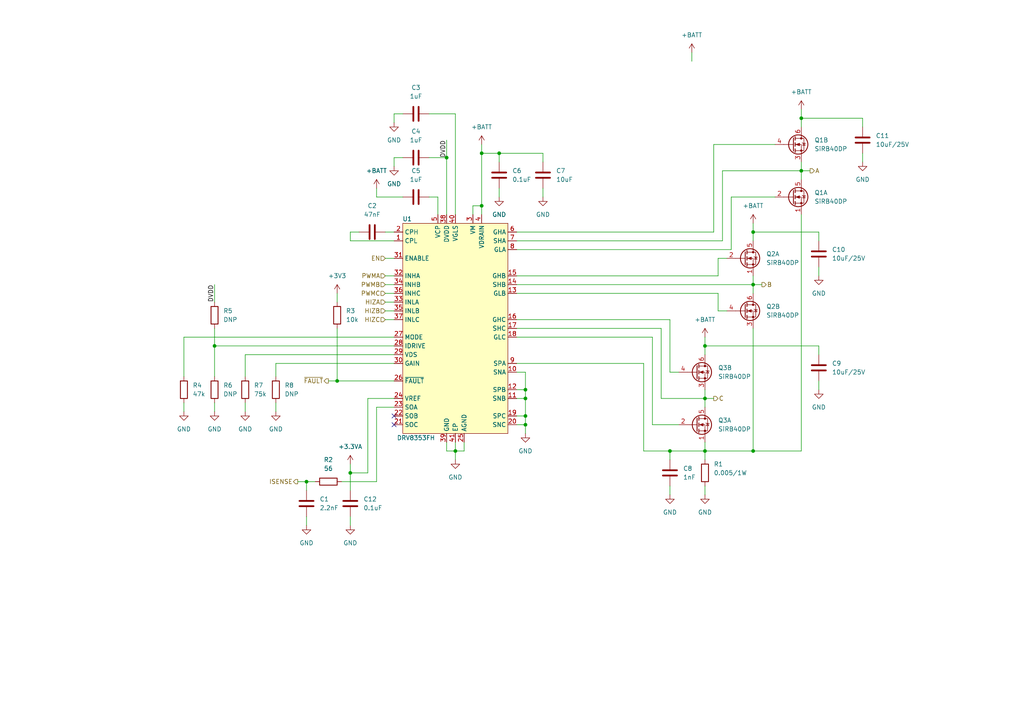
<source format=kicad_sch>
(kicad_sch (version 20210621) (generator eeschema)
  (paper "A4")
  (lib_symbols
    (symbol "Device:C" (pin_numbers hide) (pin_names (offset 0.254))
      (property "Reference" "C" (at 0.635 2.54 0))
      (property "Value" "C" (at 0.635 -2.54 0))
      (symbol "C_0_1"
        (polyline (pts (xy -2.032 -0.762) (xy 2.032 -0.762)) (stroke (width 0.508)))
        (polyline (pts (xy -2.032 0.762) (xy 2.032 0.762)) (stroke (width 0.508)))
      )
      (symbol "C_1_1"
        (pin passive line (at 0 3.81 270) (length 2.794) (name "~") (number "1"))
        (pin passive line (at 0 -3.81 90) (length 2.794) (name "~") (number "2"))
      )
    )
    (symbol "Device:R" (pin_numbers hide) (pin_names (offset 0))
      (property "Reference" "R" (at 2.032 0 90))
      (property "Value" "R" (at 0 0 90))
      (symbol "R_0_1"
        (rectangle (start -1.016 -2.54) (end 1.016 2.54) (stroke (width 0.254)))
      )
      (symbol "R_1_1"
        (pin passive line (at 0 3.81 270) (length 1.27) (name "~") (number "1"))
        (pin passive line (at 0 -3.81 90) (length 1.27) (name "~") (number "2"))
      )
    )
    (symbol "multiesc_symbols:DRV8353FH"
      (property "Reference" "U" (at -13.97 31.75 0))
      (property "Value" "DRV8353FH" (at -11.43 -31.75 0))
      (symbol "DRV8353FH_0_1"
        (rectangle (start -15.24 30.48) (end 15.24 -30.48) (stroke (width 0.1524)) (fill (type background)))
      )
      (symbol "DRV8353FH_1_1"
        (pin passive line (at -17.78 25.4 0) (length 2.54) (name "CPL") (number "1"))
        (pin input line (at 17.78 -12.7 180) (length 2.54) (name "SNA") (number "10"))
        (pin input line (at 17.78 -20.32 180) (length 2.54) (name "SNB") (number "11"))
        (pin input line (at 17.78 -17.78 180) (length 2.54) (name "SPB") (number "12"))
        (pin output line (at 17.78 10.16 180) (length 2.54) (name "GLB") (number "13"))
        (pin input line (at 17.78 12.7 180) (length 2.54) (name "SHB") (number "14"))
        (pin output line (at 17.78 15.24 180) (length 2.54) (name "GHB") (number "15"))
        (pin output line (at 17.78 2.54 180) (length 2.54) (name "GHC") (number "16"))
        (pin input line (at 17.78 0 180) (length 2.54) (name "SHC") (number "17"))
        (pin output line (at 17.78 -2.54 180) (length 2.54) (name "GLC") (number "18"))
        (pin input line (at 17.78 -25.4 180) (length 2.54) (name "SPC") (number "19"))
        (pin passive line (at -17.78 27.94 0) (length 2.54) (name "CPH") (number "2"))
        (pin input line (at 17.78 -27.94 180) (length 2.54) (name "SNC") (number "20"))
        (pin output line (at -17.78 -27.94 0) (length 2.54) (name "SOC") (number "21"))
        (pin output line (at -17.78 -25.4 0) (length 2.54) (name "SOB") (number "22"))
        (pin output line (at -17.78 -22.86 0) (length 2.54) (name "SOA") (number "23"))
        (pin power_in line (at -17.78 -20.32 0) (length 2.54) (name "VREF") (number "24"))
        (pin power_in line (at 2.54 -33.02 90) (length 2.54) (name "AGND") (number "25"))
        (pin open_collector line (at -17.78 -15.24 0) (length 2.54) (name "~{FAULT}") (number "26"))
        (pin input line (at -17.78 -2.54 0) (length 2.54) (name "MODE") (number "27"))
        (pin input line (at -17.78 -5.08 0) (length 2.54) (name "IDRIVE") (number "28"))
        (pin input line (at -17.78 -7.62 0) (length 2.54) (name "VDS") (number "29"))
        (pin power_in line (at 5.08 33.02 270) (length 2.54) (name "VM") (number "3"))
        (pin input line (at -17.78 -10.16 0) (length 2.54) (name "GAIN") (number "30"))
        (pin input line (at -17.78 20.32 0) (length 2.54) (name "ENABLE") (number "31"))
        (pin input line (at -17.78 15.24 0) (length 2.54) (name "INHA") (number "32"))
        (pin input line (at -17.78 7.62 0) (length 2.54) (name "INLA") (number "33"))
        (pin input line (at -17.78 12.7 0) (length 2.54) (name "INHB") (number "34"))
        (pin input line (at -17.78 5.08 0) (length 2.54) (name "INLB") (number "35"))
        (pin input line (at -17.78 10.16 0) (length 2.54) (name "INHC") (number "36"))
        (pin input line (at -17.78 2.54 0) (length 2.54) (name "INLC") (number "37"))
        (pin power_out line (at -2.54 33.02 270) (length 2.54) (name "DVDD") (number "38"))
        (pin power_in line (at -2.54 -33.02 90) (length 2.54) (name "GND") (number "39"))
        (pin input line (at 7.62 33.02 270) (length 2.54) (name "VDRAIN") (number "4"))
        (pin power_out line (at 0 33.02 270) (length 2.54) (name "VGLS") (number "40"))
        (pin power_in line (at 0 -33.02 90) (length 2.54) (name "EP") (number "41"))
        (pin power_out line (at -5.08 33.02 270) (length 2.54) (name "VCP") (number "5"))
        (pin output line (at 17.78 27.94 180) (length 2.54) (name "GHA") (number "6"))
        (pin input line (at 17.78 25.4 180) (length 2.54) (name "SHA") (number "7"))
        (pin output line (at 17.78 22.86 180) (length 2.54) (name "GLA") (number "8"))
        (pin input line (at 17.78 -10.16 180) (length 2.54) (name "SPA") (number "9"))
      )
    )
    (symbol "multiesc_symbols:Q_Dual_NMOS_S1G1S2G2D2D1" (pin_names (offset 0) hide)
      (property "Reference" "Q" (at 6.35 1.27 0))
      (property "Value" "Q_Dual_NMOS_S1G1S2G2D2D1" (at 19.05 -1.27 0))
      (symbol "Q_Dual_NMOS_S1G1S2G2D2D1_0_1"
        (circle (center 1.651 0) (radius 2.794) (stroke (width 0.254)))
        (circle (center 2.54 -1.778) (radius 0.254) (fill (type outline)))
        (circle (center 2.54 1.778) (radius 0.254) (fill (type outline)))
        (polyline (pts (xy 0.254 0) (xy -2.54 0)))
        (polyline (pts (xy 0.254 1.905) (xy 0.254 -1.905)) (stroke (width 0.254)))
        (polyline (pts (xy 0.762 -1.27) (xy 0.762 -2.286)) (stroke (width 0.254)))
        (polyline (pts (xy 0.762 0.508) (xy 0.762 -0.508)) (stroke (width 0.254)))
        (polyline (pts (xy 0.762 2.286) (xy 0.762 1.27)) (stroke (width 0.254)))
        (polyline (pts (xy 2.54 2.54) (xy 2.54 1.778)))
        (polyline (pts (xy 2.54 -2.54) (xy 2.54 0) (xy 0.762 0)))
        (polyline (pts (xy 0.762 -1.778) (xy 3.302 -1.778) (xy 3.302 1.778) (xy 0.762 1.778)))
        (polyline (pts (xy 2.794 0.508) (xy 2.921 0.381) (xy 3.683 0.381) (xy 3.81 0.254)))
        (polyline (pts (xy 3.302 0.381) (xy 2.921 -0.254) (xy 3.683 -0.254) (xy 3.302 0.381)))
        (polyline (pts (xy 1.016 0) (xy 2.032 0.381) (xy 2.032 -0.381) (xy 1.016 0)) (fill (type outline)))
      )
      (symbol "Q_Dual_NMOS_S1G1S2G2D2D1_1_1"
        (pin passive line (at 2.54 -5.08 90) (length 2.54) (name "S") (number "1"))
        (pin input line (at -5.08 0 0) (length 2.54) (name "G") (number "2"))
        (pin passive line (at 2.54 5.08 270) (length 2.54) (name "D") (number "5"))
      )
      (symbol "Q_Dual_NMOS_S1G1S2G2D2D1_2_1"
        (pin passive line (at 2.54 -5.08 90) (length 2.54) (name "S") (number "3"))
        (pin input line (at -5.08 0 0) (length 2.54) (name "G") (number "4"))
        (pin passive line (at 2.54 5.08 270) (length 2.54) (name "D") (number "6"))
      )
    )
    (symbol "power:+3.3V" (power) (pin_names (offset 0))
      (property "Value" "+3.3V" (at 0 3.556 0))
      (symbol "+3.3V_0_1"
        (polyline (pts (xy -0.762 1.27) (xy 0 2.54)))
        (polyline (pts (xy 0 0) (xy 0 2.54)))
        (polyline (pts (xy 0 2.54) (xy 0.762 1.27)))
      )
      (symbol "+3.3V_1_1"
        (pin power_in line (at 0 0 90) (length 0) hide (name "+3V3") (number "1"))
      )
    )
    (symbol "power:+3.3VA" (power) (pin_names (offset 0))
      (property "Value" "+3.3VA" (at 0 3.556 0))
      (symbol "+3.3VA_0_1"
        (polyline (pts (xy -0.762 1.27) (xy 0 2.54)))
        (polyline (pts (xy 0 0) (xy 0 2.54)))
        (polyline (pts (xy 0 2.54) (xy 0.762 1.27)))
      )
      (symbol "+3.3VA_1_1"
        (pin power_in line (at 0 0 90) (length 0) hide (name "+3.3VA") (number "1"))
      )
    )
    (symbol "power:+BATT" (power) (pin_names (offset 0))
      (property "Value" "+BATT" (at 0 3.556 0))
      (symbol "+BATT_0_1"
        (polyline (pts (xy -0.762 1.27) (xy 0 2.54)))
        (polyline (pts (xy 0 0) (xy 0 2.54)))
        (polyline (pts (xy 0 2.54) (xy 0.762 1.27)))
      )
      (symbol "+BATT_1_1"
        (pin power_in line (at 0 0 90) (length 0) hide (name "+BATT") (number "1"))
      )
    )
    (symbol "power:GND" (power) (pin_names (offset 0))
      (property "Value" "GND" (at 0 -3.81 0))
      (symbol "GND_0_1"
        (polyline (pts (xy 0 0) (xy 0 -1.27) (xy 1.27 -1.27) (xy 0 -2.54) (xy -1.27 -1.27) (xy 0 -1.27)))
      )
      (symbol "GND_1_1"
        (pin power_in line (at 0 0 270) (length 0) hide (name "GND") (number "1"))
      )
    )
  )
  (junction (at 62.23 100.33) (diameter 0.9144))
  (junction (at 88.9 139.7) (diameter 0.9144))
  (junction (at 97.79 110.49) (diameter 0.9144))
  (junction (at 101.6 137.16) (diameter 0.9144))
  (junction (at 129.54 45.72) (diameter 0.9144))
  (junction (at 132.08 130.81) (diameter 0.9144))
  (junction (at 139.7 44.45) (diameter 0.9144))
  (junction (at 139.7 59.69) (diameter 0.9144))
  (junction (at 144.78 44.45) (diameter 0.9144))
  (junction (at 152.4 113.03) (diameter 0.9144))
  (junction (at 152.4 115.57) (diameter 0.9144))
  (junction (at 152.4 120.65) (diameter 0.9144))
  (junction (at 152.4 123.19) (diameter 0.9144))
  (junction (at 194.31 130.81) (diameter 0.9144))
  (junction (at 204.47 100.33) (diameter 0.9144))
  (junction (at 204.47 115.57) (diameter 0.9144))
  (junction (at 204.47 130.81) (diameter 0.9144))
  (junction (at 218.44 67.31) (diameter 0.9144))
  (junction (at 218.44 82.55) (diameter 0.9144))
  (junction (at 218.44 130.81) (diameter 0.9144))
  (junction (at 232.41 34.29) (diameter 0.9144))
  (junction (at 232.41 49.53) (diameter 0.9144))
  (no_connect (at 114.3 120.65))
  (no_connect (at 114.3 123.19))
  (wire (pts (xy 53.34 97.79) (xy 53.34 109.22)))
  (wire (pts (xy 53.34 116.84) (xy 53.34 119.38)))
  (wire (pts (xy 62.23 82.55) (xy 62.23 87.63)))
  (wire (pts (xy 62.23 95.25) (xy 62.23 100.33)))
  (wire (pts (xy 62.23 100.33) (xy 62.23 109.22)))
  (wire (pts (xy 62.23 116.84) (xy 62.23 119.38)))
  (wire (pts (xy 71.12 102.87) (xy 71.12 109.22)))
  (wire (pts (xy 71.12 116.84) (xy 71.12 119.38)))
  (wire (pts (xy 80.01 105.41) (xy 114.3 105.41)))
  (wire (pts (xy 80.01 109.22) (xy 80.01 105.41)))
  (wire (pts (xy 80.01 116.84) (xy 80.01 119.38)))
  (wire (pts (xy 86.36 139.7) (xy 88.9 139.7)))
  (wire (pts (xy 88.9 139.7) (xy 88.9 142.24)))
  (wire (pts (xy 88.9 149.86) (xy 88.9 152.4)))
  (wire (pts (xy 91.44 139.7) (xy 88.9 139.7)))
  (wire (pts (xy 95.25 110.49) (xy 97.79 110.49)))
  (wire (pts (xy 97.79 85.09) (xy 97.79 87.63)))
  (wire (pts (xy 97.79 110.49) (xy 97.79 95.25)))
  (wire (pts (xy 97.79 110.49) (xy 114.3 110.49)))
  (wire (pts (xy 101.6 67.31) (xy 104.14 67.31)))
  (wire (pts (xy 101.6 69.85) (xy 101.6 67.31)))
  (wire (pts (xy 101.6 134.62) (xy 101.6 137.16)))
  (wire (pts (xy 101.6 137.16) (xy 101.6 142.24)))
  (wire (pts (xy 101.6 149.86) (xy 101.6 152.4)))
  (wire (pts (xy 106.68 115.57) (xy 106.68 137.16)))
  (wire (pts (xy 106.68 137.16) (xy 101.6 137.16)))
  (wire (pts (xy 109.22 57.15) (xy 109.22 54.61)))
  (wire (pts (xy 109.22 57.15) (xy 116.84 57.15)))
  (wire (pts (xy 109.22 118.11) (xy 109.22 139.7)))
  (wire (pts (xy 109.22 139.7) (xy 99.06 139.7)))
  (wire (pts (xy 111.76 67.31) (xy 114.3 67.31)))
  (wire (pts (xy 111.76 74.93) (xy 114.3 74.93)))
  (wire (pts (xy 111.76 80.01) (xy 114.3 80.01)))
  (wire (pts (xy 111.76 82.55) (xy 114.3 82.55)))
  (wire (pts (xy 111.76 85.09) (xy 114.3 85.09)))
  (wire (pts (xy 111.76 87.63) (xy 114.3 87.63)))
  (wire (pts (xy 111.76 90.17) (xy 114.3 90.17)))
  (wire (pts (xy 111.76 92.71) (xy 114.3 92.71)))
  (wire (pts (xy 114.3 33.02) (xy 114.3 35.56)))
  (wire (pts (xy 114.3 45.72) (xy 114.3 48.26)))
  (wire (pts (xy 114.3 69.85) (xy 101.6 69.85)))
  (wire (pts (xy 114.3 97.79) (xy 53.34 97.79)))
  (wire (pts (xy 114.3 100.33) (xy 62.23 100.33)))
  (wire (pts (xy 114.3 102.87) (xy 71.12 102.87)))
  (wire (pts (xy 114.3 115.57) (xy 106.68 115.57)))
  (wire (pts (xy 114.3 118.11) (xy 109.22 118.11)))
  (wire (pts (xy 116.84 33.02) (xy 114.3 33.02)))
  (wire (pts (xy 116.84 45.72) (xy 114.3 45.72)))
  (wire (pts (xy 124.46 33.02) (xy 132.08 33.02)))
  (wire (pts (xy 124.46 45.72) (xy 129.54 45.72)))
  (wire (pts (xy 124.46 57.15) (xy 127 57.15)))
  (wire (pts (xy 127 57.15) (xy 127 62.23)))
  (wire (pts (xy 129.54 40.64) (xy 129.54 45.72)))
  (wire (pts (xy 129.54 45.72) (xy 129.54 62.23)))
  (wire (pts (xy 129.54 128.27) (xy 129.54 130.81)))
  (wire (pts (xy 129.54 130.81) (xy 132.08 130.81)))
  (wire (pts (xy 132.08 33.02) (xy 132.08 62.23)))
  (wire (pts (xy 132.08 128.27) (xy 132.08 130.81)))
  (wire (pts (xy 132.08 130.81) (xy 132.08 133.35)))
  (wire (pts (xy 132.08 130.81) (xy 134.62 130.81)))
  (wire (pts (xy 134.62 130.81) (xy 134.62 128.27)))
  (wire (pts (xy 137.16 59.69) (xy 139.7 59.69)))
  (wire (pts (xy 137.16 62.23) (xy 137.16 59.69)))
  (wire (pts (xy 139.7 44.45) (xy 139.7 41.91)))
  (wire (pts (xy 139.7 44.45) (xy 139.7 59.69)))
  (wire (pts (xy 139.7 59.69) (xy 139.7 62.23)))
  (wire (pts (xy 144.78 44.45) (xy 139.7 44.45)))
  (wire (pts (xy 144.78 44.45) (xy 144.78 46.99)))
  (wire (pts (xy 144.78 54.61) (xy 144.78 57.15)))
  (wire (pts (xy 149.86 82.55) (xy 218.44 82.55)))
  (wire (pts (xy 149.86 105.41) (xy 186.69 105.41)))
  (wire (pts (xy 149.86 113.03) (xy 152.4 113.03)))
  (wire (pts (xy 149.86 115.57) (xy 152.4 115.57)))
  (wire (pts (xy 149.86 120.65) (xy 152.4 120.65)))
  (wire (pts (xy 149.86 123.19) (xy 152.4 123.19)))
  (wire (pts (xy 152.4 107.95) (xy 149.86 107.95)))
  (wire (pts (xy 152.4 113.03) (xy 152.4 107.95)))
  (wire (pts (xy 152.4 115.57) (xy 152.4 113.03)))
  (wire (pts (xy 152.4 120.65) (xy 152.4 115.57)))
  (wire (pts (xy 152.4 123.19) (xy 152.4 120.65)))
  (wire (pts (xy 152.4 123.19) (xy 152.4 125.73)))
  (wire (pts (xy 157.48 44.45) (xy 144.78 44.45)))
  (wire (pts (xy 157.48 46.99) (xy 157.48 44.45)))
  (wire (pts (xy 157.48 54.61) (xy 157.48 57.15)))
  (wire (pts (xy 186.69 105.41) (xy 186.69 130.81)))
  (wire (pts (xy 186.69 130.81) (xy 194.31 130.81)))
  (wire (pts (xy 189.23 97.79) (xy 149.86 97.79)))
  (wire (pts (xy 189.23 123.19) (xy 189.23 97.79)))
  (wire (pts (xy 191.77 95.25) (xy 149.86 95.25)))
  (wire (pts (xy 191.77 115.57) (xy 191.77 95.25)))
  (wire (pts (xy 194.31 92.71) (xy 149.86 92.71)))
  (wire (pts (xy 194.31 107.95) (xy 194.31 92.71)))
  (wire (pts (xy 194.31 130.81) (xy 194.31 133.35)))
  (wire (pts (xy 194.31 130.81) (xy 204.47 130.81)))
  (wire (pts (xy 194.31 140.97) (xy 194.31 143.51)))
  (wire (pts (xy 196.85 107.95) (xy 194.31 107.95)))
  (wire (pts (xy 196.85 123.19) (xy 189.23 123.19)))
  (wire (pts (xy 200.66 15.24) (xy 200.66 17.78)))
  (wire (pts (xy 204.47 97.79) (xy 204.47 100.33)))
  (wire (pts (xy 204.47 100.33) (xy 204.47 102.87)))
  (wire (pts (xy 204.47 113.03) (xy 204.47 115.57)))
  (wire (pts (xy 204.47 115.57) (xy 191.77 115.57)))
  (wire (pts (xy 204.47 115.57) (xy 204.47 118.11)))
  (wire (pts (xy 204.47 115.57) (xy 207.01 115.57)))
  (wire (pts (xy 204.47 128.27) (xy 204.47 130.81)))
  (wire (pts (xy 204.47 130.81) (xy 204.47 133.35)))
  (wire (pts (xy 204.47 140.97) (xy 204.47 143.51)))
  (wire (pts (xy 207.01 41.91) (xy 207.01 67.31)))
  (wire (pts (xy 207.01 67.31) (xy 149.86 67.31)))
  (wire (pts (xy 208.28 74.93) (xy 208.28 80.01)))
  (wire (pts (xy 208.28 80.01) (xy 149.86 80.01)))
  (wire (pts (xy 208.28 85.09) (xy 149.86 85.09)))
  (wire (pts (xy 208.28 90.17) (xy 208.28 85.09)))
  (wire (pts (xy 209.55 49.53) (xy 209.55 69.85)))
  (wire (pts (xy 209.55 69.85) (xy 149.86 69.85)))
  (wire (pts (xy 210.82 74.93) (xy 208.28 74.93)))
  (wire (pts (xy 210.82 90.17) (xy 208.28 90.17)))
  (wire (pts (xy 212.09 57.15) (xy 212.09 72.39)))
  (wire (pts (xy 212.09 72.39) (xy 149.86 72.39)))
  (wire (pts (xy 218.44 64.77) (xy 218.44 67.31)))
  (wire (pts (xy 218.44 67.31) (xy 218.44 69.85)))
  (wire (pts (xy 218.44 80.01) (xy 218.44 82.55)))
  (wire (pts (xy 218.44 82.55) (xy 218.44 85.09)))
  (wire (pts (xy 218.44 82.55) (xy 220.98 82.55)))
  (wire (pts (xy 218.44 95.25) (xy 218.44 130.81)))
  (wire (pts (xy 218.44 130.81) (xy 204.47 130.81)))
  (wire (pts (xy 224.79 41.91) (xy 207.01 41.91)))
  (wire (pts (xy 224.79 57.15) (xy 212.09 57.15)))
  (wire (pts (xy 232.41 31.75) (xy 232.41 34.29)))
  (wire (pts (xy 232.41 34.29) (xy 232.41 36.83)))
  (wire (pts (xy 232.41 46.99) (xy 232.41 49.53)))
  (wire (pts (xy 232.41 49.53) (xy 209.55 49.53)))
  (wire (pts (xy 232.41 49.53) (xy 232.41 52.07)))
  (wire (pts (xy 232.41 49.53) (xy 234.95 49.53)))
  (wire (pts (xy 232.41 62.23) (xy 232.41 130.81)))
  (wire (pts (xy 232.41 130.81) (xy 218.44 130.81)))
  (wire (pts (xy 237.49 67.31) (xy 218.44 67.31)))
  (wire (pts (xy 237.49 69.85) (xy 237.49 67.31)))
  (wire (pts (xy 237.49 77.47) (xy 237.49 80.01)))
  (wire (pts (xy 237.49 100.33) (xy 204.47 100.33)))
  (wire (pts (xy 237.49 102.87) (xy 237.49 100.33)))
  (wire (pts (xy 237.49 110.49) (xy 237.49 113.03)))
  (wire (pts (xy 250.19 34.29) (xy 232.41 34.29)))
  (wire (pts (xy 250.19 36.83) (xy 250.19 34.29)))
  (wire (pts (xy 250.19 44.45) (xy 250.19 46.99)))
  (label "DVDD" (at 62.23 82.55 270))
  (label "DVDD" (at 129.54 40.64 270))
  (hierarchical_label "ISENSE" (shape output) (at 86.36 139.7 180))
  (hierarchical_label "~{FAULT}" (shape output) (at 95.25 110.49 180))
  (hierarchical_label "EN" (shape input) (at 111.76 74.93 180))
  (hierarchical_label "PWMA" (shape input) (at 111.76 80.01 180))
  (hierarchical_label "PWMB" (shape input) (at 111.76 82.55 180))
  (hierarchical_label "PWMC" (shape input) (at 111.76 85.09 180))
  (hierarchical_label "HIZA" (shape input) (at 111.76 87.63 180))
  (hierarchical_label "HIZB" (shape input) (at 111.76 90.17 180))
  (hierarchical_label "HIZC" (shape input) (at 111.76 92.71 180))
  (hierarchical_label "C" (shape output) (at 207.01 115.57 0))
  (hierarchical_label "B" (shape output) (at 220.98 82.55 0))
  (hierarchical_label "A" (shape output) (at 234.95 49.53 0))
  (symbol (lib_id "power:+3.3V") (at 97.79 85.09 0) (unit 1)
    (property "Reference" "#PWR0217" (effects hide))
    (property "Value" "+3.3V" (at 97.79 80.01 0))
  )
  (symbol (lib_id "power:+3.3VA") (at 101.6 134.62 0) (unit 1)
    (property "Reference" "#PWR0205" (effects hide))
    (property "Value" "+3.3VA" (at 101.6 129.54 0))
  )
  (symbol (lib_id "power:+BATT") (at 109.22 54.61 0) (unit 1)
    (property "Reference" "#PWR0102" (effects hide))
    (property "Value" "+BATT" (at 109.22 49.53 0))
  )
  (symbol (lib_id "power:+BATT") (at 139.7 41.91 0) (unit 1)
    (property "Reference" "#PWR0105" (effects hide))
    (property "Value" "+BATT" (at 139.7 36.83 0))
  )
  (symbol (lib_id "power:+BATT") (at 200.66 15.24 0) (unit 1)
    (property "Reference" "#PWR0114" (effects hide))
    (property "Value" "+BATT" (at 200.66 10.16 0))
  )
  (symbol (lib_id "power:+BATT") (at 204.47 97.79 0) (unit 1)
    (property "Reference" "#PWR0108" (effects hide))
    (property "Value" "+BATT" (at 204.47 92.71 0))
  )
  (symbol (lib_id "power:+BATT") (at 218.44 64.77 0) (unit 1)
    (property "Reference" "#PWR0110" (effects hide))
    (property "Value" "+BATT" (at 218.44 59.69 0))
  )
  (symbol (lib_id "power:+BATT") (at 232.41 31.75 0) (unit 1)
    (property "Reference" "#PWR0109" (effects hide))
    (property "Value" "+BATT" (at 232.41 26.67 0))
  )
  (symbol (lib_id "power:GND") (at 53.34 119.38 0) (unit 1)
    (property "Reference" "#PWR04" (effects hide))
    (property "Value" "GND" (at 53.34 124.46 0))
  )
  (symbol (lib_id "power:GND") (at 62.23 119.38 0) (unit 1)
    (property "Reference" "#PWR05" (effects hide))
    (property "Value" "GND" (at 62.23 124.46 0))
  )
  (symbol (lib_id "power:GND") (at 71.12 119.38 0) (unit 1)
    (property "Reference" "#PWR06" (effects hide))
    (property "Value" "GND" (at 71.12 124.46 0))
  )
  (symbol (lib_id "power:GND") (at 80.01 119.38 0) (unit 1)
    (property "Reference" "#PWR07" (effects hide))
    (property "Value" "GND" (at 80.01 124.46 0))
  )
  (symbol (lib_id "power:GND") (at 88.9 152.4 0) (unit 1)
    (property "Reference" "#PWR01" (effects hide))
    (property "Value" "GND" (at 88.9 157.48 0))
  )
  (symbol (lib_id "power:GND") (at 101.6 152.4 0) (unit 1)
    (property "Reference" "#PWR03" (effects hide))
    (property "Value" "GND" (at 101.6 157.48 0))
  )
  (symbol (lib_id "power:GND") (at 114.3 35.56 0) (unit 1)
    (property "Reference" "#PWR0101" (effects hide))
    (property "Value" "GND" (at 114.3 40.64 0))
  )
  (symbol (lib_id "power:GND") (at 114.3 48.26 0) (unit 1)
    (property "Reference" "#PWR0103" (effects hide))
    (property "Value" "GND" (at 114.3 53.34 0))
  )
  (symbol (lib_id "power:GND") (at 132.08 133.35 0) (unit 1)
    (property "Reference" "#PWR0116" (effects hide))
    (property "Value" "GND" (at 132.08 138.43 0))
  )
  (symbol (lib_id "power:GND") (at 144.78 57.15 0) (unit 1)
    (property "Reference" "#PWR0104" (effects hide))
    (property "Value" "GND" (at 144.78 62.23 0))
  )
  (symbol (lib_id "power:GND") (at 152.4 125.73 0) (unit 1)
    (property "Reference" "#PWR0117" (effects hide))
    (property "Value" "GND" (at 152.4 130.81 0))
  )
  (symbol (lib_id "power:GND") (at 157.48 57.15 0) (unit 1)
    (property "Reference" "#PWR0106" (effects hide))
    (property "Value" "GND" (at 157.48 62.23 0))
  )
  (symbol (lib_id "power:GND") (at 194.31 143.51 0) (unit 1)
    (property "Reference" "#PWR0111" (effects hide))
    (property "Value" "GND" (at 194.31 148.59 0))
  )
  (symbol (lib_id "power:GND") (at 204.47 143.51 0) (unit 1)
    (property "Reference" "#PWR0107" (effects hide))
    (property "Value" "GND" (at 204.47 148.59 0))
  )
  (symbol (lib_id "power:GND") (at 237.49 80.01 0) (unit 1)
    (property "Reference" "#PWR0113" (effects hide))
    (property "Value" "GND" (at 237.49 85.09 0))
  )
  (symbol (lib_id "power:GND") (at 237.49 113.03 0) (unit 1)
    (property "Reference" "#PWR0112" (effects hide))
    (property "Value" "GND" (at 237.49 118.11 0))
  )
  (symbol (lib_id "power:GND") (at 250.19 46.99 0) (unit 1)
    (property "Reference" "#PWR0115" (effects hide))
    (property "Value" "GND" (at 250.19 52.07 0))
  )
  (symbol (lib_id "Device:R") (at 53.34 113.03 180) (unit 1)
    (property "Reference" "R4" (at 55.88 111.7599 0) (effects (justify right)))
    (property "Value" "47k" (at 55.88 114.2999 0) (effects (justify right)))
    (property "Footprint" "Resistor_SMD:R_0402_1005Metric" (effects hide))
  )
  (symbol (lib_id "Device:R") (at 62.23 91.44 180) (unit 1)
    (property "Reference" "R5" (at 64.77 90.1699 0) (effects (justify right)))
    (property "Value" "DNP" (at 64.77 92.7099 0) (effects (justify right)))
    (property "Footprint" "Resistor_SMD:R_0402_1005Metric" (effects hide))
  )
  (symbol (lib_id "Device:R") (at 62.23 113.03 180) (unit 1)
    (property "Reference" "R6" (at 64.77 111.7599 0) (effects (justify right)))
    (property "Value" "DNP" (at 64.77 114.2999 0) (effects (justify right)))
    (property "Footprint" "Resistor_SMD:R_0402_1005Metric" (effects hide))
  )
  (symbol (lib_id "Device:R") (at 71.12 113.03 180) (unit 1)
    (property "Reference" "R7" (at 73.66 111.7599 0) (effects (justify right)))
    (property "Value" "75k" (at 73.66 114.2999 0) (effects (justify right)))
    (property "Footprint" "Resistor_SMD:R_0402_1005Metric" (effects hide))
  )
  (symbol (lib_id "Device:R") (at 80.01 113.03 180) (unit 1)
    (property "Reference" "R8" (at 82.55 111.7599 0) (effects (justify right)))
    (property "Value" "DNP" (at 82.55 114.2999 0) (effects (justify right)))
    (property "Footprint" "Resistor_SMD:R_0402_1005Metric" (effects hide))
  )
  (symbol (lib_id "Device:R") (at 95.25 139.7 90) (unit 1)
    (property "Reference" "R2" (at 95.25 133.35 90))
    (property "Value" "56" (at 95.25 135.89 90))
    (property "Footprint" "Resistor_SMD:R_0402_1005Metric" (effects hide))
  )
  (symbol (lib_id "Device:R") (at 97.79 91.44 180) (unit 1)
    (property "Reference" "R3" (at 100.33 90.1699 0) (effects (justify right)))
    (property "Value" "10k" (at 100.33 92.7099 0) (effects (justify right)))
    (property "Footprint" "Resistor_SMD:R_0402_1005Metric" (effects hide))
  )
  (symbol (lib_id "Device:R") (at 204.47 137.16 0) (unit 1)
    (property "Reference" "R1" (at 207.01 134.6199 0) (effects (justify left)))
    (property "Value" "0.005{slash}1W" (at 207.01 137.1599 0) (effects (justify left)))
    (property "Footprint" "Resistor_SMD:R_0612_1632Metric" (effects hide))
  )
  (symbol (lib_id "Device:C") (at 88.9 146.05 180) (unit 1)
    (property "Reference" "C1" (at 92.71 144.7799 0) (effects (justify right)))
    (property "Value" "2.2nF" (at 92.71 147.3199 0) (effects (justify right)))
    (property "Footprint" "Capacitor_SMD:C_0402_1005Metric" (effects hide))
  )
  (symbol (lib_id "Device:C") (at 101.6 146.05 180) (unit 1)
    (property "Reference" "C12" (at 105.41 144.7799 0) (effects (justify right)))
    (property "Value" "0.1uF" (at 105.41 147.3199 0) (effects (justify right)))
    (property "Footprint" "Capacitor_SMD:C_0402_1005Metric" (effects hide))
    (property "Digikey" "1276-6720-1-ND" (effects hide))
  )
  (symbol (lib_id "Device:C") (at 107.95 67.31 90) (unit 1)
    (property "Reference" "C2" (at 107.95 59.69 90))
    (property "Value" "47nF" (at 107.95 62.23 90))
    (property "Footprint" "Capacitor_SMD:C_0402_1005Metric" (effects hide))
    (property "Digikey" "587-1225-1-ND" (effects hide))
  )
  (symbol (lib_id "Device:C") (at 120.65 33.02 270) (unit 1)
    (property "Reference" "C3" (at 120.65 25.4 90))
    (property "Value" "1uF" (at 120.65 27.94 90))
    (property "Footprint" "Capacitor_SMD:C_0603_1608Metric" (effects hide))
    (property "Digikey" "1276-1184-1-ND" (effects hide))
  )
  (symbol (lib_id "Device:C") (at 120.65 45.72 270) (unit 1)
    (property "Reference" "C4" (at 120.65 38.1 90))
    (property "Value" "1uF" (at 120.65 40.64 90))
    (property "Footprint" "Capacitor_SMD:C_0603_1608Metric" (effects hide))
    (property "Digikey" "1276-1184-1-ND" (effects hide))
  )
  (symbol (lib_id "Device:C") (at 120.65 57.15 270) (unit 1)
    (property "Reference" "C5" (at 120.65 49.53 90))
    (property "Value" "1uF" (at 120.65 52.07 90))
    (property "Footprint" "Capacitor_SMD:C_0603_1608Metric" (effects hide))
    (property "Digikey" "1276-1184-1-ND" (effects hide))
  )
  (symbol (lib_id "Device:C") (at 144.78 50.8 180) (unit 1)
    (property "Reference" "C6" (at 148.59 49.5299 0) (effects (justify right)))
    (property "Value" "0.1uF" (at 148.59 52.0699 0) (effects (justify right)))
    (property "Footprint" "Capacitor_SMD:C_0402_1005Metric" (effects hide))
    (property "Digikey" "1276-6720-1-ND" (effects hide))
  )
  (symbol (lib_id "Device:C") (at 157.48 50.8 180) (unit 1)
    (property "Reference" "C7" (at 161.29 49.5299 0) (effects (justify right)))
    (property "Value" "10uF" (at 161.29 52.0699 0) (effects (justify right)))
    (property "Footprint" "Capacitor_SMD:C_0805_2012Metric" (effects hide))
  )
  (symbol (lib_id "Device:C") (at 194.31 137.16 180) (unit 1)
    (property "Reference" "C8" (at 198.12 135.8899 0) (effects (justify right)))
    (property "Value" "1nF" (at 198.12 138.4299 0) (effects (justify right)))
    (property "Footprint" "Resistor_SMD:R_0402_1005Metric" (effects hide))
    (property "Digikey" "732-7556-1-ND" (effects hide))
  )
  (symbol (lib_id "Device:C") (at 237.49 73.66 0) (unit 1)
    (property "Reference" "C10" (at 241.3 72.3899 0) (effects (justify left)))
    (property "Value" "10uF{slash}25V" (at 241.3 74.9299 0) (effects (justify left)))
    (property "Footprint" "Capacitor_SMD:C_0805_2012Metric" (effects hide))
  )
  (symbol (lib_id "Device:C") (at 237.49 106.68 0) (unit 1)
    (property "Reference" "C9" (at 241.3 105.4099 0) (effects (justify left)))
    (property "Value" "10uF{slash}25V" (at 241.3 107.9499 0) (effects (justify left)))
    (property "Footprint" "Capacitor_SMD:C_0805_2012Metric" (effects hide))
  )
  (symbol (lib_id "Device:C") (at 250.19 40.64 0) (unit 1)
    (property "Reference" "C11" (at 254 39.3699 0) (effects (justify left)))
    (property "Value" "10uF{slash}25V" (at 254 41.9099 0) (effects (justify left)))
    (property "Footprint" "Capacitor_SMD:C_0805_2012Metric" (effects hide))
  )
  (symbol (lib_id "multiesc_symbols:Q_Dual_NMOS_S1G1S2G2D2D1") (at 201.93 107.95 0) (unit 2)
    (property "Reference" "Q3" (at 208.28 106.6799 0) (effects (justify left)))
    (property "Value" "SiRB40DP" (at 208.28 109.2199 0) (effects (justify left)))
    (property "Footprint" "Package_SO:PowerPAK_SO-8_Dual" (effects hide))
  )
  (symbol (lib_id "multiesc_symbols:Q_Dual_NMOS_S1G1S2G2D2D1") (at 201.93 123.19 0) (unit 1)
    (property "Reference" "Q3" (at 208.28 121.9199 0) (effects (justify left)))
    (property "Value" "SiRB40DP" (at 208.28 124.4599 0) (effects (justify left)))
    (property "Footprint" "Package_SO:PowerPAK_SO-8_Dual" (effects hide))
  )
  (symbol (lib_id "multiesc_symbols:Q_Dual_NMOS_S1G1S2G2D2D1") (at 215.9 74.93 0) (unit 1)
    (property "Reference" "Q2" (at 222.25 73.6599 0) (effects (justify left)))
    (property "Value" "SiRB40DP" (at 222.25 76.1999 0) (effects (justify left)))
    (property "Footprint" "Package_SO:PowerPAK_SO-8_Dual" (effects hide))
  )
  (symbol (lib_id "multiesc_symbols:Q_Dual_NMOS_S1G1S2G2D2D1") (at 215.9 90.17 0) (unit 2)
    (property "Reference" "Q2" (at 222.25 88.8999 0) (effects (justify left)))
    (property "Value" "SiRB40DP" (at 222.25 91.4399 0) (effects (justify left)))
    (property "Footprint" "Package_SO:PowerPAK_SO-8_Dual" (effects hide))
  )
  (symbol (lib_id "multiesc_symbols:Q_Dual_NMOS_S1G1S2G2D2D1") (at 229.87 41.91 0) (unit 2)
    (property "Reference" "Q1" (at 236.22 40.6399 0) (effects (justify left)))
    (property "Value" "SiRB40DP" (at 236.22 43.1799 0) (effects (justify left)))
    (property "Footprint" "Package_SO:PowerPAK_SO-8_Dual" (effects hide))
  )
  (symbol (lib_id "multiesc_symbols:Q_Dual_NMOS_S1G1S2G2D2D1") (at 229.87 57.15 0) (unit 1)
    (property "Reference" "Q1" (at 236.22 55.8799 0) (effects (justify left)))
    (property "Value" "SiRB40DP" (at 236.22 58.4199 0) (effects (justify left)))
    (property "Footprint" "Package_SO:PowerPAK_SO-8_Dual" (effects hide))
  )
  (symbol (lib_id "multiesc_symbols:DRV8353FH") (at 132.08 95.25 0) (unit 1)
    (property "Reference" "U1" (at 118.11 63.5 0))
    (property "Value" "DRV8353FH" (at 120.65 127 0))
    (property "Footprint" "Package_DFN_QFN:Texas_S-PVQFN-N40_EP4.15x4.15mm" (effects hide))
    (property "Datasheet" "https://www.ti.com/lit/ds/symlink/drv8353f.pdf" (effects hide))
  )
)
</source>
